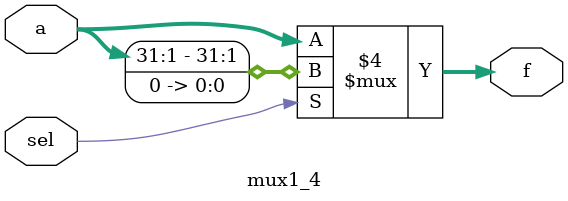
<source format=sv>
module mux1_4 #(parameter width = 32)
(
	input sel,
	input [width-1:0] a,
	output logic [width-1:0] f
);

always_comb
begin	
	if (sel == 0)
		f = a;
	else
		f = {a[31:1], 1'b0};
end

endmodule : mux1_4
</source>
